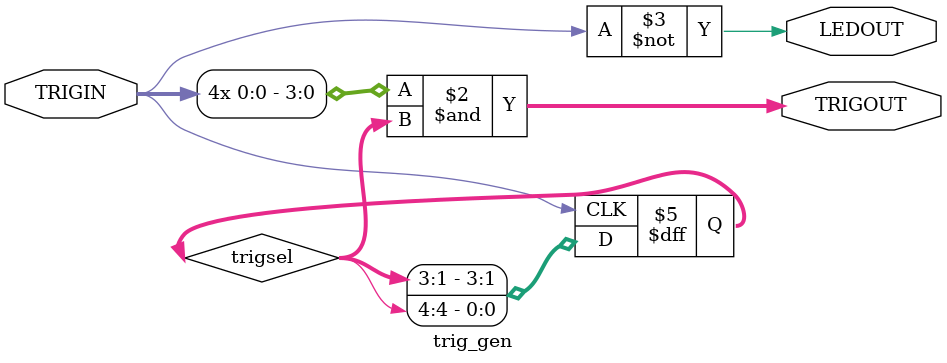
<source format=v>

module trig_gen
   (
    input wire 		TRIGIN,
    output wire [4:1]	TRIGOUT,
    output wire		LEDOUT
    );

   reg [4:1] 		trigsel = 4'b0001;
   always @(negedge TRIGIN)
     trigsel[4:1] <= {trigsel[3:1],trigsel[4]};

   assign 		TRIGOUT = {4{TRIGIN}} & trigsel;
   assign 		LEDOUT = ~TRIGIN;

endmodule

</source>
